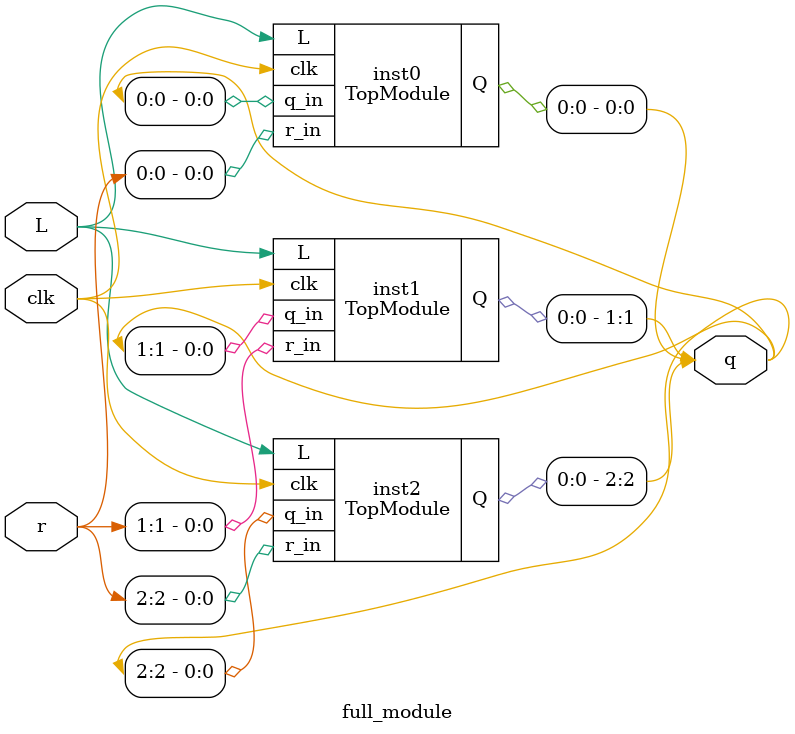
<source format=v>
module TopModule(
    input clk,
    input L,
    input q_in,
    input r_in,
    output Q
);

reg [2:0] q;
wire mux_out;

assign mux_out = L ? r_in : {q[1] ^ q[2], q[0], q[2]};
assign Q = q[0];

always @(posedge clk) begin
    q <= mux_out;
end

endmodule


module full_module (
    input [2:0] r,
    input L,
    input clk,
    output reg [2:0] q
);

TopModule inst0 (
    .clk(clk),
    .L(L),
    .q_in(q[0]),
    .r_in(r[0]),
    .Q(q[0])
);

TopModule inst1 (
    .clk(clk),
    .L(L),
    .q_in(q[1]),
    .r_in(r[1]),
    .Q(q[1])
);

TopModule inst2 (
    .clk(clk),
    .L(L),
    .q_in(q[2]),
    .r_in(r[2]),
    .Q(q[2])
);

endmodule

</source>
